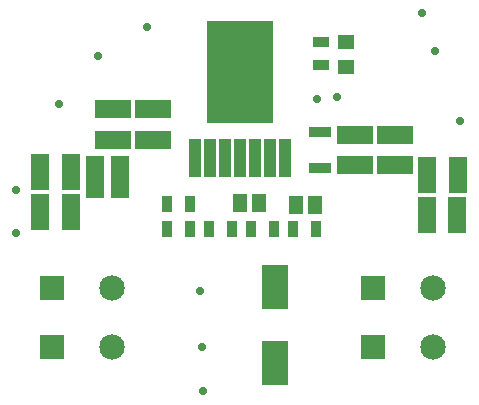
<source format=gts>
G04*
G04 #@! TF.GenerationSoftware,Altium Limited,Altium Designer,20.1.12 (249)*
G04*
G04 Layer_Color=8388736*
%FSLAX44Y44*%
%MOMM*%
G71*
G04*
G04 #@! TF.SameCoordinates,A6FFBE12-9050-4AB9-A8FC-CC0259DDA12F*
G04*
G04*
G04 #@! TF.FilePolarity,Negative*
G04*
G01*
G75*
%ADD19R,0.9500X1.4500*%
%ADD23R,1.4500X0.9500*%
%ADD26R,1.6332X3.0232*%
%ADD27R,5.5532X8.7432*%
%ADD28R,1.0932X3.2632*%
%ADD29R,1.5032X3.6032*%
%ADD30R,1.1632X1.5932*%
%ADD31R,2.2532X3.7532*%
%ADD32R,1.4032X1.3032*%
%ADD33R,3.0232X1.6332*%
%ADD34R,1.9832X0.9132*%
%ADD35R,2.1532X2.1532*%
%ADD36C,2.1532*%
%ADD37C,0.7016*%
D19*
X154750Y168482D02*
D03*
X135250D02*
D03*
X241878Y147500D02*
D03*
X261378D02*
D03*
X206335D02*
D03*
X225835D02*
D03*
X190292Y147440D02*
D03*
X170793D02*
D03*
X154750D02*
D03*
X135250D02*
D03*
D23*
X266000Y305750D02*
D03*
Y286250D02*
D03*
D26*
X380900Y158757D02*
D03*
X355100D02*
D03*
X27873Y196000D02*
D03*
X53672D02*
D03*
X27873Y161758D02*
D03*
X53672D02*
D03*
X381470Y193000D02*
D03*
X355670D02*
D03*
D27*
X196900Y280550D02*
D03*
D28*
X235000Y207500D02*
D03*
X222300D02*
D03*
X209600D02*
D03*
X196900D02*
D03*
X184200D02*
D03*
X171500D02*
D03*
X158800D02*
D03*
D29*
X95615Y191658D02*
D03*
X74615D02*
D03*
D30*
X213100Y168982D02*
D03*
X196900D02*
D03*
X260600Y168043D02*
D03*
X244400D02*
D03*
D31*
X226357Y98000D02*
D03*
Y34000D02*
D03*
D32*
X286793Y284500D02*
D03*
Y305500D02*
D03*
D33*
X123507Y248900D02*
D03*
Y223100D02*
D03*
X89265Y248900D02*
D03*
Y223100D02*
D03*
X328378Y226900D02*
D03*
Y201100D02*
D03*
X294135Y226900D02*
D03*
Y201100D02*
D03*
D34*
X265093Y198600D02*
D03*
Y229400D02*
D03*
D35*
X310000Y97500D02*
D03*
Y47500D02*
D03*
X38207Y97500D02*
D03*
Y47500D02*
D03*
D36*
X360800Y97500D02*
D03*
Y47500D02*
D03*
X89008Y97500D02*
D03*
Y47500D02*
D03*
D37*
X383000Y239000D02*
D03*
X279000Y259000D02*
D03*
X262000Y257000D02*
D03*
X163000Y95000D02*
D03*
X165000Y47000D02*
D03*
X166000Y10000D02*
D03*
X7000Y144000D02*
D03*
Y180000D02*
D03*
X44000Y253000D02*
D03*
X77000Y294000D02*
D03*
X118000Y318000D02*
D03*
X351000Y330000D02*
D03*
X362000Y298000D02*
D03*
M02*

</source>
